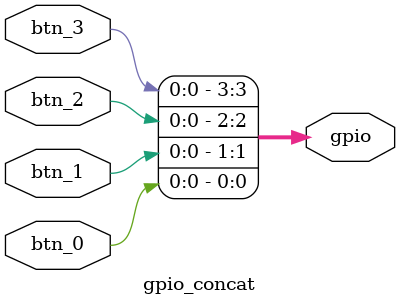
<source format=v>
/* 
 * ----------------------------------------------------------------------------
 *  Project:  OpenIRV
 *  Filename: gpio_concat.v
 *  Purpose:  GPIO concatenation module to simplify AXI GPIO block design.
 * ----------------------------------------------------------------------------
 *  Copyright © 2020-2021, Vaagn Oganesyan <ovgn@protonmail.com>
 *  
 *  Licensed under the Apache License, Version 2.0 (the "License");
 *  you may not use this file except in compliance with the License.
 *  You may obtain a copy of the License at
 *  
 *      http://www.apache.org/licenses/LICENSE-2.0
 *  
 *  Unless required by applicable law or agreed to in writing, software
 *  distributed under the License is distributed on an "AS IS" BASIS,
 *  WITHOUT WARRANTIES OR CONDITIONS OF ANY KIND, either express or implied.
 *  See the License for the specific language governing permissions and
 * ----------------------------------------------------------------------------
 */


`default_nettype none
`timescale 1ps / 1ps


module gpio_concat
(
    output  wire    [3:0]   gpio,
    
    input   wire            btn_0,
    input   wire            btn_1,
    input   wire            btn_2,
    input   wire            btn_3
);
    
    assign  gpio[0] = btn_0;
    assign  gpio[1] = btn_1;
    assign  gpio[2] = btn_2;
    assign  gpio[3] = btn_3;
    
endmodule

/*-------------------------------------------------------------------------------------------------------------------------------------*/

`default_nettype wire

</source>
